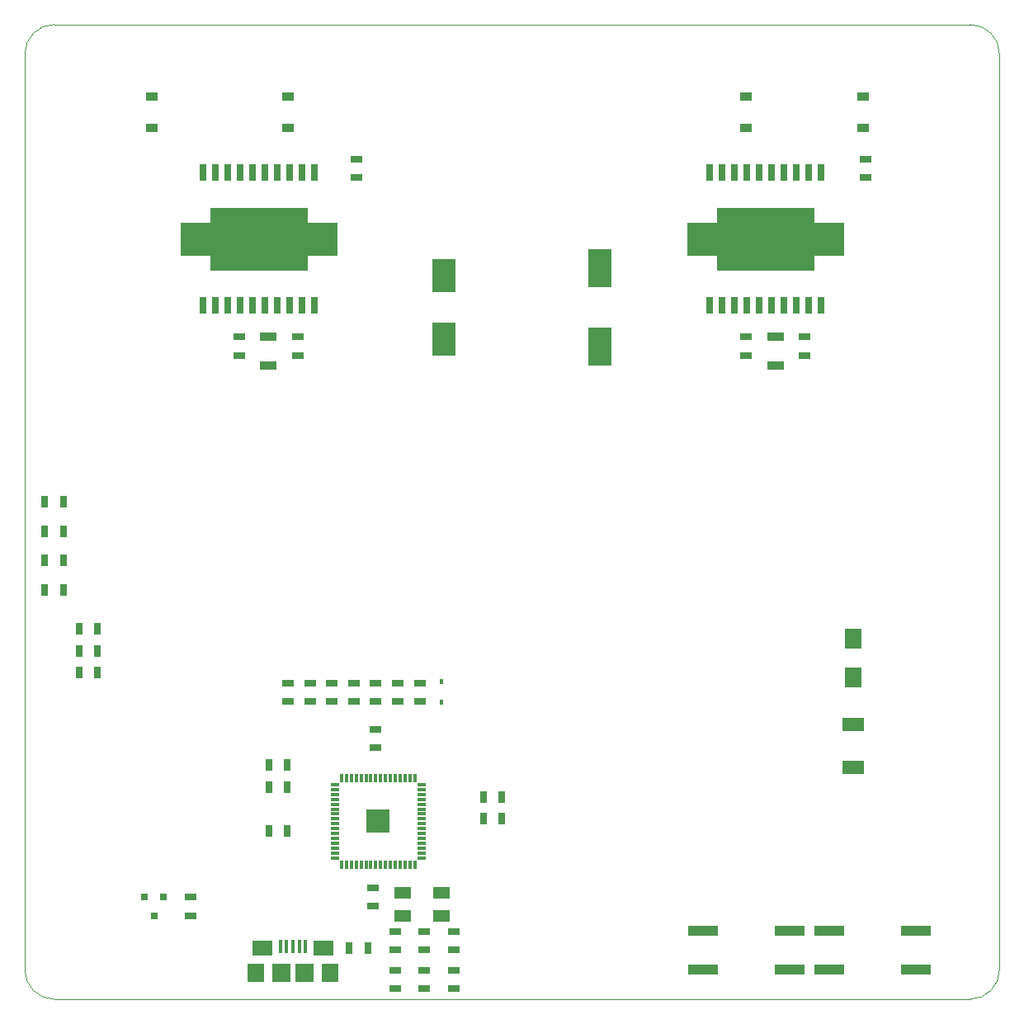
<source format=gtp>
G04 #@! TF.FileFunction,Paste,Top*
%FSLAX46Y46*%
G04 Gerber Fmt 4.6, Leading zero omitted, Abs format (unit mm)*
G04 Created by KiCad (PCBNEW 0.201506102247+5730~23~ubuntu15.04.1-product) date mar. 23 juin 2015 23:18:55 CEST*
%MOMM*%
G01*
G04 APERTURE LIST*
%ADD10C,0.100000*%
%ADD11R,1.897380X1.897380*%
%ADD12R,1.899920X1.897380*%
%ADD13R,1.795780X1.897380*%
%ADD14R,2.095500X1.597660*%
%ADD15R,0.398780X1.346200*%
%ADD16R,0.700000X1.300000*%
%ADD17R,2.400300X3.500120*%
%ADD18R,2.400300X4.000500*%
%ADD19R,1.300000X0.700000*%
%ADD20R,2.199640X1.399540*%
%ADD21R,0.450000X0.590000*%
%ADD22R,1.220000X0.910000*%
%ADD23R,1.700000X2.000000*%
%ADD24R,0.800100X0.800100*%
%ADD25R,0.300000X0.850000*%
%ADD26R,0.850000X0.300000*%
%ADD27R,2.400000X2.400000*%
%ADD28R,3.048000X1.000000*%
%ADD29R,0.759460X1.699260*%
%ADD30R,9.999980X6.398260*%
%ADD31R,16.098520X3.398520*%
%ADD32R,1.800000X1.200000*%
%ADD33R,1.700000X0.900000*%
G04 APERTURE END LIST*
D10*
X100000000Y-137000000D02*
X100000000Y-43000000D01*
X197000000Y-140000000D02*
X103000000Y-140000000D01*
X200000000Y-43000000D02*
X200000000Y-137000000D01*
X103000000Y-40000000D02*
X197000000Y-40000000D01*
X200000000Y-43000000D02*
G75*
G03X197000000Y-40000000I-3000000J0D01*
G01*
X103000000Y-40000000D02*
G75*
G03X100000000Y-43000000I0J-3000000D01*
G01*
X100000000Y-137000000D02*
G75*
G03X103000000Y-140000000I3000000J0D01*
G01*
X197000000Y-140000000D02*
G75*
G03X200000000Y-137000000I0J3000000D01*
G01*
D11*
X126301120Y-137302200D03*
D12*
X128698880Y-137302200D03*
D13*
X131299840Y-137302200D03*
D14*
X124401200Y-134752040D03*
D15*
X126202060Y-134625040D03*
X126852300Y-134625040D03*
X127500000Y-134625040D03*
X128147700Y-134625040D03*
X128797940Y-134625040D03*
D14*
X130598800Y-134752040D03*
D13*
X123700160Y-137302200D03*
D16*
X107450000Y-106500000D03*
X105550000Y-106500000D03*
D17*
X143000000Y-72251200D03*
X143000000Y-65748800D03*
D18*
X159000000Y-73000500D03*
X159000000Y-64999500D03*
D19*
X138000000Y-134950000D03*
X138000000Y-133050000D03*
X144000000Y-134950000D03*
X144000000Y-133050000D03*
D16*
X147050000Y-121500000D03*
X148950000Y-121500000D03*
X125050000Y-118250000D03*
X126950000Y-118250000D03*
X126950000Y-122750000D03*
X125050000Y-122750000D03*
D19*
X136000000Y-114200000D03*
X136000000Y-112300000D03*
X135750000Y-128550000D03*
X135750000Y-130450000D03*
D16*
X147050000Y-119250000D03*
X148950000Y-119250000D03*
D19*
X186250000Y-53800000D03*
X186250000Y-55700000D03*
X174000000Y-72050000D03*
X174000000Y-73950000D03*
X134000000Y-53800000D03*
X134000000Y-55700000D03*
X122000000Y-72050000D03*
X122000000Y-73950000D03*
D20*
X185000000Y-116199640D03*
X185000000Y-111800360D03*
D21*
X142750000Y-109555000D03*
X142750000Y-107445000D03*
D22*
X174000000Y-47365000D03*
X174000000Y-50635000D03*
X186000000Y-47365000D03*
X186000000Y-50635000D03*
X113000000Y-47365000D03*
X113000000Y-50635000D03*
X127000000Y-47365000D03*
X127000000Y-50635000D03*
D23*
X185000000Y-107000000D03*
X185000000Y-103000000D03*
D24*
X114200000Y-129499240D03*
X112300000Y-129499240D03*
X113250000Y-131498220D03*
D16*
X107450000Y-104250000D03*
X105550000Y-104250000D03*
X105550000Y-102000000D03*
X107450000Y-102000000D03*
D19*
X141000000Y-133050000D03*
X141000000Y-134950000D03*
X129250000Y-109450000D03*
X129250000Y-107550000D03*
X131500000Y-109450000D03*
X131500000Y-107550000D03*
X138250000Y-109450000D03*
X138250000Y-107550000D03*
X140500000Y-109450000D03*
X140500000Y-107550000D03*
X127000000Y-107550000D03*
X127000000Y-109450000D03*
X133750000Y-109450000D03*
X133750000Y-107550000D03*
X136000000Y-109450000D03*
X136000000Y-107550000D03*
D16*
X133300000Y-134750000D03*
X135200000Y-134750000D03*
X125050000Y-116000000D03*
X126950000Y-116000000D03*
D19*
X117000000Y-129550000D03*
X117000000Y-131450000D03*
X180000000Y-73950000D03*
X180000000Y-72050000D03*
X128000000Y-73950000D03*
X128000000Y-72050000D03*
D25*
X140000000Y-117300000D03*
X139500000Y-117300000D03*
X139000000Y-117300000D03*
X138500000Y-117300000D03*
X138000000Y-117300000D03*
X137500000Y-117300000D03*
X137000000Y-117300000D03*
X136500000Y-117300000D03*
X136000000Y-117300000D03*
X135500000Y-117300000D03*
X135000000Y-117300000D03*
X134500000Y-117300000D03*
X134000000Y-117300000D03*
X133500000Y-117300000D03*
X133000000Y-117300000D03*
X132500000Y-117300000D03*
D26*
X131800000Y-118000000D03*
X131800000Y-118500000D03*
X131800000Y-119000000D03*
X131800000Y-119500000D03*
X131800000Y-120000000D03*
X131800000Y-120500000D03*
X131800000Y-121000000D03*
X131800000Y-121500000D03*
X131800000Y-122000000D03*
X131800000Y-122500000D03*
X131800000Y-123000000D03*
X131800000Y-123500000D03*
X131800000Y-124000000D03*
X131800000Y-124500000D03*
X131800000Y-125000000D03*
X131800000Y-125500000D03*
D25*
X132500000Y-126200000D03*
X133000000Y-126200000D03*
X133500000Y-126200000D03*
X134000000Y-126200000D03*
X134500000Y-126200000D03*
X135000000Y-126200000D03*
X135500000Y-126200000D03*
X136000000Y-126200000D03*
X136500000Y-126200000D03*
X137000000Y-126200000D03*
X137500000Y-126200000D03*
X138000000Y-126200000D03*
X138500000Y-126200000D03*
X139000000Y-126200000D03*
X139500000Y-126200000D03*
X140000000Y-126200000D03*
D26*
X140700000Y-125500000D03*
X140700000Y-125000000D03*
X140700000Y-124500000D03*
X140700000Y-124000000D03*
X140700000Y-123500000D03*
X140700000Y-123000000D03*
X140700000Y-122500000D03*
X140700000Y-122000000D03*
X140700000Y-121500000D03*
X140700000Y-121000000D03*
X140700000Y-120500000D03*
X140700000Y-120000000D03*
X140700000Y-119500000D03*
X140700000Y-119000000D03*
X140700000Y-118500000D03*
X140700000Y-118000000D03*
D27*
X136250000Y-121750000D03*
D19*
X144000000Y-138950000D03*
X144000000Y-137050000D03*
X141000000Y-138950000D03*
X141000000Y-137050000D03*
X138000000Y-138950000D03*
X138000000Y-137050000D03*
D16*
X102050000Y-89000000D03*
X103950000Y-89000000D03*
X102050000Y-92000000D03*
X103950000Y-92000000D03*
X102050000Y-95000000D03*
X103950000Y-95000000D03*
X102050000Y-98000000D03*
X103950000Y-98000000D03*
D28*
X169550000Y-137000000D03*
X169550000Y-133000000D03*
X178450000Y-137000000D03*
X178450000Y-133000000D03*
X182550000Y-137000000D03*
X182550000Y-133000000D03*
X191450000Y-137000000D03*
X191450000Y-133000000D03*
D29*
X181715000Y-55154700D03*
X180445000Y-55152160D03*
X179175000Y-55152160D03*
X177905000Y-55152160D03*
X176635000Y-55152160D03*
X175365000Y-55152160D03*
X174095000Y-55152160D03*
X172825000Y-55152160D03*
D30*
X176000000Y-62000000D03*
D29*
X170285000Y-55154700D03*
X171555000Y-55152160D03*
X170285000Y-68847840D03*
X171555000Y-68847840D03*
X172825000Y-68847840D03*
X174095000Y-68847840D03*
X175365000Y-68847840D03*
X176635000Y-68847840D03*
X177905000Y-68847840D03*
X179175000Y-68847840D03*
X180445000Y-68847840D03*
X181715000Y-68845300D03*
D31*
X176000000Y-62000000D03*
D29*
X129715000Y-55154700D03*
X128445000Y-55152160D03*
X127175000Y-55152160D03*
X125905000Y-55152160D03*
X124635000Y-55152160D03*
X123365000Y-55152160D03*
X122095000Y-55152160D03*
X120825000Y-55152160D03*
D30*
X124000000Y-62000000D03*
D29*
X118285000Y-55154700D03*
X119555000Y-55152160D03*
X118285000Y-68847840D03*
X119555000Y-68847840D03*
X120825000Y-68847840D03*
X122095000Y-68847840D03*
X123365000Y-68847840D03*
X124635000Y-68847840D03*
X125905000Y-68847840D03*
X127175000Y-68847840D03*
X128445000Y-68847840D03*
X129715000Y-68845300D03*
D31*
X124000000Y-62000000D03*
D32*
X138750000Y-131450000D03*
X142750000Y-129050000D03*
X142750000Y-131450000D03*
X138750000Y-129050000D03*
D33*
X177000000Y-74950000D03*
X177000000Y-72050000D03*
X125000000Y-74950000D03*
X125000000Y-72050000D03*
M02*

</source>
